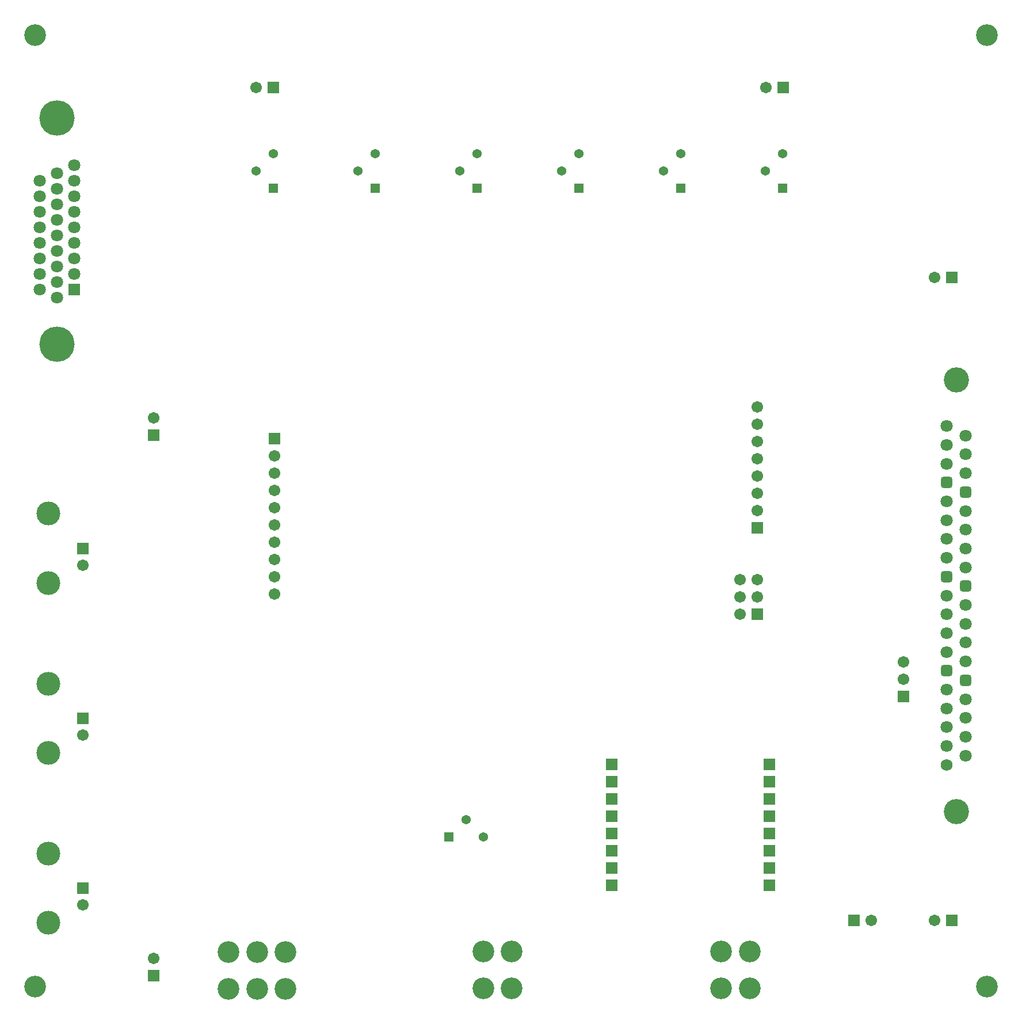
<source format=gts>
G04*
G04 #@! TF.GenerationSoftware,Altium Limited,Altium Designer,18.0.9 (584)*
G04*
G04 Layer_Color=8388736*
%FSLAX44Y44*%
%MOMM*%
G71*
G01*
G75*
%ADD17R,1.7032X1.7032*%
%ADD18C,1.7032*%
%ADD19R,1.7032X1.7032*%
%ADD20C,1.3712*%
%ADD21R,1.3712X1.3712*%
%ADD22R,1.3712X1.3712*%
%ADD23C,5.2032*%
%ADD24C,1.8032*%
%ADD25R,1.8032X1.8032*%
%ADD26C,3.2032*%
%ADD27C,3.5032*%
G04:AMPARAMS|DCode=28|XSize=1.7272mm|YSize=1.7272mm|CornerRadius=0.4826mm|HoleSize=0mm|Usage=FLASHONLY|Rotation=90.000|XOffset=0mm|YOffset=0mm|HoleType=Round|Shape=RoundedRectangle|*
%AMROUNDEDRECTD28*
21,1,1.7272,0.7620,0,0,90.0*
21,1,0.7620,1.7272,0,0,90.0*
1,1,0.9652,0.3810,0.3810*
1,1,0.9652,0.3810,-0.3810*
1,1,0.9652,-0.3810,-0.3810*
1,1,0.9652,-0.3810,0.3810*
%
%ADD28ROUNDEDRECTD28*%
%ADD29C,1.7272*%
%ADD30C,3.7032*%
D17*
X1150736Y1373098D02*
D03*
X400736D02*
D03*
X1398236Y1093091D02*
D03*
Y147504D02*
D03*
X1254999D02*
D03*
X1130001Y352096D02*
D03*
Y377496D02*
D03*
X897845Y301042D02*
D03*
Y275642D02*
D03*
Y326442D02*
D03*
Y351842D02*
D03*
Y377242D02*
D03*
X1130001Y326442D02*
D03*
Y301042D02*
D03*
Y275642D02*
D03*
X897845Y199442D02*
D03*
Y224842D02*
D03*
Y250242D02*
D03*
X1130001D02*
D03*
Y224842D02*
D03*
Y199442D02*
D03*
X120000Y195250D02*
D03*
X120000Y445000D02*
D03*
Y695000D02*
D03*
D18*
X1125336Y1373098D02*
D03*
X375336D02*
D03*
X224093Y887164D02*
D03*
X1372836Y1093091D02*
D03*
X224093Y92164D02*
D03*
X1372836Y147504D02*
D03*
X1087138Y648587D02*
D03*
Y623187D02*
D03*
Y597787D02*
D03*
X1112538Y648587D02*
D03*
Y623187D02*
D03*
X1112548Y903118D02*
D03*
Y877718D02*
D03*
Y852318D02*
D03*
Y826917D02*
D03*
Y801517D02*
D03*
Y776117D02*
D03*
Y750717D02*
D03*
X401818Y805777D02*
D03*
Y627977D02*
D03*
Y653377D02*
D03*
Y678777D02*
D03*
Y704177D02*
D03*
Y729577D02*
D03*
Y754977D02*
D03*
Y780377D02*
D03*
Y831177D02*
D03*
X1280399Y147504D02*
D03*
X120000Y170250D02*
D03*
X120000Y420000D02*
D03*
X1327587Y502164D02*
D03*
Y527564D02*
D03*
X120000Y670000D02*
D03*
D19*
X224093Y861764D02*
D03*
Y66764D02*
D03*
X1112538Y597787D02*
D03*
X1112548Y725318D02*
D03*
X401818Y856577D02*
D03*
X1327587Y476764D02*
D03*
D20*
X1124600Y1250400D02*
D03*
X1150000Y1275800D02*
D03*
X974600Y1250400D02*
D03*
X1000000Y1275800D02*
D03*
X683600Y295400D02*
D03*
X709000Y270000D02*
D03*
X850000Y1275800D02*
D03*
X824600Y1250400D02*
D03*
X700000Y1275800D02*
D03*
X674600Y1250400D02*
D03*
X550000Y1275800D02*
D03*
X524600Y1250400D02*
D03*
X400000Y1275800D02*
D03*
X374600Y1250400D02*
D03*
D21*
X1150000Y1225000D02*
D03*
X1000000D02*
D03*
X850000D02*
D03*
X700000D02*
D03*
X550000D02*
D03*
X400000D02*
D03*
D22*
X658200Y270000D02*
D03*
D23*
X81669Y1328204D02*
D03*
Y994956D02*
D03*
D24*
X107069Y1166660D02*
D03*
Y1189520D02*
D03*
Y1212380D02*
D03*
Y1235240D02*
D03*
Y1143800D02*
D03*
Y1120940D02*
D03*
Y1098080D02*
D03*
Y1258100D02*
D03*
X81669Y1063790D02*
D03*
X81669Y1086650D02*
D03*
X81669Y1109510D02*
D03*
Y1132370D02*
D03*
Y1155230D02*
D03*
Y1246670D02*
D03*
Y1223810D02*
D03*
Y1200950D02*
D03*
Y1178090D02*
D03*
X56269Y1075220D02*
D03*
Y1098080D02*
D03*
Y1120940D02*
D03*
Y1143800D02*
D03*
Y1235240D02*
D03*
Y1212380D02*
D03*
Y1189520D02*
D03*
Y1166660D02*
D03*
X1390776Y874674D02*
D03*
X1419224Y860704D02*
D03*
Y833018D02*
D03*
Y805332D02*
D03*
X1390776Y819302D02*
D03*
Y736244D02*
D03*
X1419224Y749960D02*
D03*
Y722274D02*
D03*
X1390776Y708558D02*
D03*
Y763930D02*
D03*
Y680872D02*
D03*
X1419224Y666902D02*
D03*
X1390776Y597814D02*
D03*
X1419224Y583844D02*
D03*
Y611530D02*
D03*
X1390776Y570128D02*
D03*
X1419224Y556158D02*
D03*
Y528472D02*
D03*
X1390776Y487070D02*
D03*
Y431698D02*
D03*
Y459384D02*
D03*
X1419224Y445414D02*
D03*
Y417728D02*
D03*
X1390776Y404012D02*
D03*
Y846988D02*
D03*
Y542442D02*
D03*
X1419224Y694588D02*
D03*
X1390776Y625500D02*
D03*
X1419224Y390042D02*
D03*
Y473100D02*
D03*
D25*
X107069Y1075220D02*
D03*
D26*
X418400Y47126D02*
D03*
X334050Y101351D02*
D03*
Y47126D02*
D03*
X418400Y101351D02*
D03*
X376225Y47126D02*
D03*
Y101351D02*
D03*
X1101000Y47770D02*
D03*
X1059000D02*
D03*
X1101000Y102000D02*
D03*
X1059000D02*
D03*
X751000Y47770D02*
D03*
X709000D02*
D03*
X751000Y102000D02*
D03*
X709000D02*
D03*
X50000Y1450000D02*
D03*
X1450000D02*
D03*
Y50000D02*
D03*
X50000D02*
D03*
D27*
X69000Y144250D02*
D03*
Y246250D02*
D03*
X69000Y394000D02*
D03*
Y496000D02*
D03*
Y746000D02*
D03*
Y644000D02*
D03*
D28*
X1390776Y791616D02*
D03*
Y653186D02*
D03*
X1419224Y639216D02*
D03*
Y500786D02*
D03*
X1390776Y514756D02*
D03*
X1419224Y777646D02*
D03*
D29*
X1390776Y376326D02*
D03*
D30*
X1405000Y943000D02*
D03*
Y308000D02*
D03*
M02*

</source>
